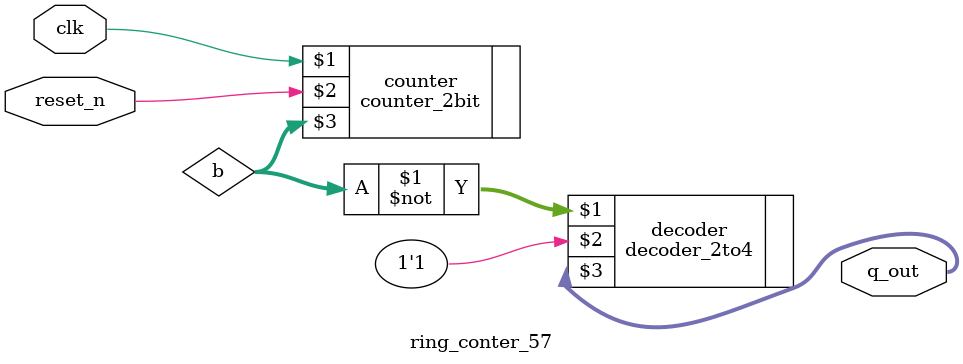
<source format=v>
`timescale 1ns / 1ps


module ring_conter_57(
    input clk,
    input reset_n,
    output [3:0] q_out
    );
    wire [1:0]b;
    
    counter_2bit counter (clk,reset_n,b);

    decoder_2to4 decoder(~b,1'b1,q_out );
 
endmodule

</source>
